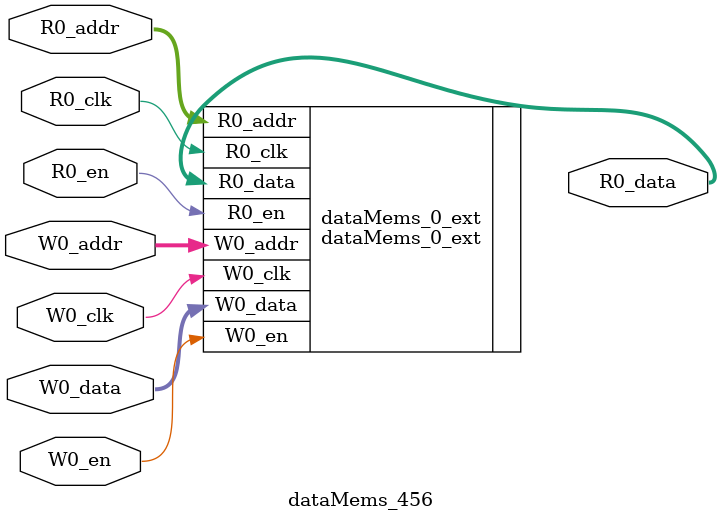
<source format=sv>
`ifndef RANDOMIZE
  `ifdef RANDOMIZE_REG_INIT
    `define RANDOMIZE
  `endif // RANDOMIZE_REG_INIT
`endif // not def RANDOMIZE
`ifndef RANDOMIZE
  `ifdef RANDOMIZE_MEM_INIT
    `define RANDOMIZE
  `endif // RANDOMIZE_MEM_INIT
`endif // not def RANDOMIZE

`ifndef RANDOM
  `define RANDOM $random
`endif // not def RANDOM

// Users can define 'PRINTF_COND' to add an extra gate to prints.
`ifndef PRINTF_COND_
  `ifdef PRINTF_COND
    `define PRINTF_COND_ (`PRINTF_COND)
  `else  // PRINTF_COND
    `define PRINTF_COND_ 1
  `endif // PRINTF_COND
`endif // not def PRINTF_COND_

// Users can define 'ASSERT_VERBOSE_COND' to add an extra gate to assert error printing.
`ifndef ASSERT_VERBOSE_COND_
  `ifdef ASSERT_VERBOSE_COND
    `define ASSERT_VERBOSE_COND_ (`ASSERT_VERBOSE_COND)
  `else  // ASSERT_VERBOSE_COND
    `define ASSERT_VERBOSE_COND_ 1
  `endif // ASSERT_VERBOSE_COND
`endif // not def ASSERT_VERBOSE_COND_

// Users can define 'STOP_COND' to add an extra gate to stop conditions.
`ifndef STOP_COND_
  `ifdef STOP_COND
    `define STOP_COND_ (`STOP_COND)
  `else  // STOP_COND
    `define STOP_COND_ 1
  `endif // STOP_COND
`endif // not def STOP_COND_

// Users can define INIT_RANDOM as general code that gets injected into the
// initializer block for modules with registers.
`ifndef INIT_RANDOM
  `define INIT_RANDOM
`endif // not def INIT_RANDOM

// If using random initialization, you can also define RANDOMIZE_DELAY to
// customize the delay used, otherwise 0.002 is used.
`ifndef RANDOMIZE_DELAY
  `define RANDOMIZE_DELAY 0.002
`endif // not def RANDOMIZE_DELAY

// Define INIT_RANDOM_PROLOG_ for use in our modules below.
`ifndef INIT_RANDOM_PROLOG_
  `ifdef RANDOMIZE
    `ifdef VERILATOR
      `define INIT_RANDOM_PROLOG_ `INIT_RANDOM
    `else  // VERILATOR
      `define INIT_RANDOM_PROLOG_ `INIT_RANDOM #`RANDOMIZE_DELAY begin end
    `endif // VERILATOR
  `else  // RANDOMIZE
    `define INIT_RANDOM_PROLOG_
  `endif // RANDOMIZE
`endif // not def INIT_RANDOM_PROLOG_

// Include register initializers in init blocks unless synthesis is set
`ifndef SYNTHESIS
  `ifndef ENABLE_INITIAL_REG_
    `define ENABLE_INITIAL_REG_
  `endif // not def ENABLE_INITIAL_REG_
`endif // not def SYNTHESIS

// Include rmemory initializers in init blocks unless synthesis is set
`ifndef SYNTHESIS
  `ifndef ENABLE_INITIAL_MEM_
    `define ENABLE_INITIAL_MEM_
  `endif // not def ENABLE_INITIAL_MEM_
`endif // not def SYNTHESIS

module dataMems_456(	// @[generators/ara/src/main/scala/UnsafeAXI4ToTL.scala:365:62]
  input  [4:0]  R0_addr,
  input         R0_en,
  input         R0_clk,
  output [66:0] R0_data,
  input  [4:0]  W0_addr,
  input         W0_en,
  input         W0_clk,
  input  [66:0] W0_data
);

  dataMems_0_ext dataMems_0_ext (	// @[generators/ara/src/main/scala/UnsafeAXI4ToTL.scala:365:62]
    .R0_addr (R0_addr),
    .R0_en   (R0_en),
    .R0_clk  (R0_clk),
    .R0_data (R0_data),
    .W0_addr (W0_addr),
    .W0_en   (W0_en),
    .W0_clk  (W0_clk),
    .W0_data (W0_data)
  );
endmodule


</source>
